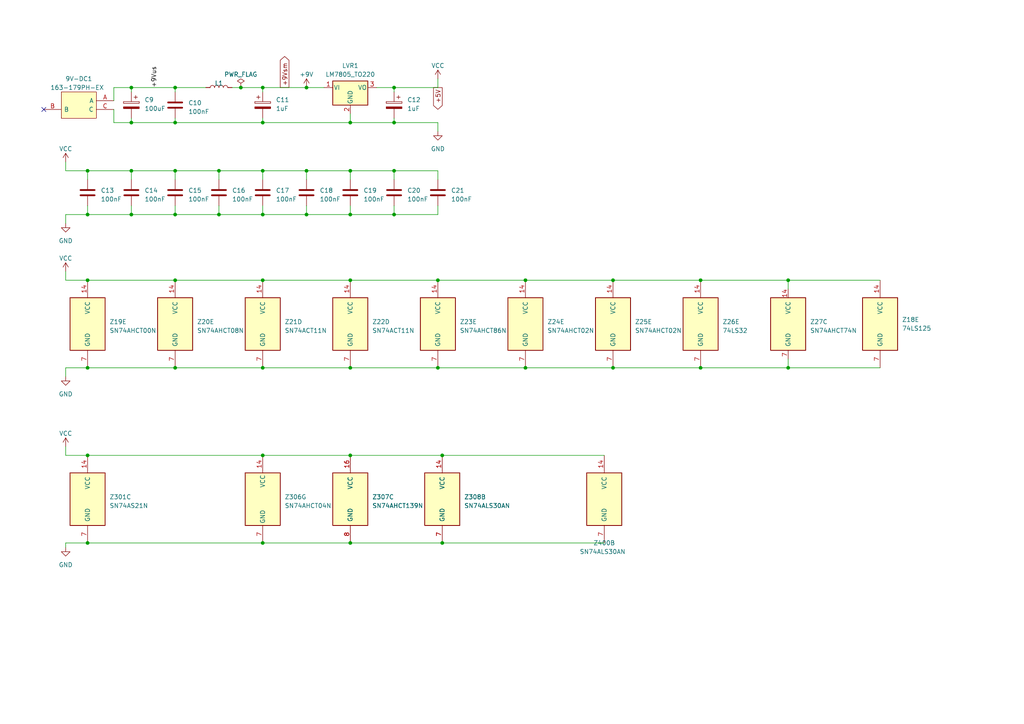
<source format=kicad_sch>
(kicad_sch (version 20211123) (generator eeschema)
  (paper "A4")
  (title_block (title "JupiterAce Z80 plus KIO and new memory format.") (date "2020-05-12") (rev "${REVNUM}") (company "Ontobus") (comment 1 "John Bradley") (comment 2 "https://creativecommons.org/licenses/by-nc-sa/4.0/") (comment 3 "Attribution-NonCommercial-ShareAlike 4.0 International License.") (comment 4 "This work is licensed under a Creative Commons "))
  (lib_symbols
    (symbol "74xx-FIX:74LS21" (pin_names (offset 1.016))
      (property "Reference" "U" (at 0 1.27 0))
      (property "Value" "74LS21" (at 0 -1.27 0))
      (symbol "74LS21_1_0"
        (pin no_connect line (at 2.54 -2.54 180) (length 2.54) hide (name "") (number "11"))
        (pin no_connect line (at 2.54 -1.27 180) (length 2.54) hide (name "") (number "3"))
      )
      (symbol "74LS21_1_1"
        (pin input line (at -7.62 3.81 0) (length 3.81) (name "~") (number "1"))
        (pin input line (at -7.62 1.27 0) (length 3.81) (name "~") (number "2"))
        (pin input line (at -7.62 -1.27 0) (length 3.81) (name "~") (number "4"))
        (pin input line (at -7.62 -3.81 0) (length 3.81) (name "~") (number "5"))
        (pin output line (at 7.62 0 180) (length 3.81) (name "~") (number "6"))
      )
      (symbol "74LS21_1_2"
        (pin input inverted (at -7.62 3.81 0) (length 3.81) (name "~") (number "1"))
        (pin input inverted (at -7.62 1.27 0) (length 4.826) (name "~") (number "2"))
        (pin input inverted (at -7.62 -1.27 0) (length 4.826) (name "~") (number "4"))
        (pin input inverted (at -7.62 -3.81 0) (length 3.81) (name "~") (number "5"))
        (pin output inverted (at 7.62 0 180) (length 3.81) (name "~") (number "6"))
      )
      (symbol "74LS21_2_1"
        (pin input line (at -7.62 1.27 0) (length 3.81) (name "~") (number "10"))
        (pin input line (at -7.62 -1.27 0) (length 3.81) (name "~") (number "12"))
        (pin input line (at -7.62 -3.81 0) (length 3.81) (name "~") (number "13"))
        (pin output line (at 7.62 0 180) (length 3.81) (name "~") (number "8"))
        (pin input line (at -7.62 3.81 0) (length 3.81) (name "~") (number "9"))
      )
      (symbol "74LS21_2_2"
        (pin input inverted (at -7.62 1.27 0) (length 4.826) (name "~") (number "10"))
        (pin input inverted (at -7.62 -1.27 0) (length 4.826) (name "~") (number "12"))
        (pin input inverted (at -7.62 -3.81 0) (length 3.81) (name "~") (number "13"))
        (pin output inverted (at 7.62 0 180) (length 3.81) (name "~") (number "8"))
        (pin input inverted (at -7.62 3.81 0) (length 3.81) (name "~") (number "9"))
      )
      (symbol "74LS21_3_0"
        (pin power_in line (at 0 12.7 270) (length 5.08) (name "VCC") (number "14"))
        (pin power_in line (at 0 -12.7 90) (length 5.08) (name "GND") (number "7"))
      )
    )
    (symbol "74xx-FIX:74LS30" (pin_names (offset 1.016))
      (property "Reference" "U" (at 0 1.27 0))
      (property "Value" "74LS30" (at 0 -1.27 0))
      (symbol "74LS30_1_0"
        (pin no_connect line (at 0 -5.08 0) (length 2.54) hide (name "") (number "10"))
        (pin no_connect line (at -1.27 -6.35 0) (length 2.54) hide (name "") (number "13"))
        (pin no_connect line (at 0 -6.35 0) (length 2.54) hide (name "") (number "9"))
      )
      (symbol "74LS30_1_1"
        (pin input line (at -7.62 7.62 0) (length 3.81) (name "~") (number "1"))
        (pin input line (at -7.62 -7.62 0) (length 3.81) (name "~") (number "11"))
        (pin input line (at -7.62 -10.16 0) (length 3.81) (name "~") (number "12"))
        (pin input line (at -7.62 5.08 0) (length 3.81) (name "~") (number "2"))
        (pin input line (at -7.62 2.54 0) (length 3.81) (name "~") (number "3"))
        (pin input line (at -7.62 0 0) (length 3.81) (name "~") (number "4"))
        (pin input line (at -7.62 -2.54 0) (length 3.81) (name "~") (number "5"))
        (pin input line (at -7.62 -5.08 0) (length 3.81) (name "~") (number "6"))
        (pin output inverted (at 7.62 0 180) (length 3.81) (name "~") (number "8"))
      )
      (symbol "74LS30_1_2"
        (pin input inverted (at -7.62 7.62 0) (length 3.81) (name "~") (number "1"))
        (pin input inverted (at -7.62 -7.62 0) (length 3.81) (name "~") (number "11"))
        (pin input inverted (at -7.62 -10.16 0) (length 3.81) (name "~") (number "12"))
        (pin input inverted (at -7.62 5.08 0) (length 3.81) (name "~") (number "2"))
        (pin input inverted (at -7.62 2.54 0) (length 4.5466) (name "~") (number "3"))
        (pin input inverted (at -7.62 0 0) (length 5.08) (name "~") (number "4"))
        (pin input inverted (at -7.62 -2.54 0) (length 4.5466) (name "~") (number "5"))
        (pin input inverted (at -7.62 -5.08 0) (length 3.81) (name "~") (number "6"))
        (pin output line (at 7.62 0 180) (length 3.81) (name "~") (number "8"))
      )
      (symbol "74LS30_2_0"
        (pin power_in line (at 0 12.7 270) (length 5.08) (name "VCC") (number "14"))
        (pin power_in line (at 0 -12.7 90) (length 5.08) (name "GND") (number "7"))
      )
    )
    (symbol "74xx:74LS00" (pin_names (offset 1.016))
      (property "Reference" "U" (at 0 1.27 0))
      (property "Value" "74LS00" (at 0 -1.27 0))
      (symbol "74LS00_1_1"
        (pin input line (at -7.62 2.54 0) (length 3.81) (name "~") (number "1"))
        (pin input line (at -7.62 -2.54 0) (length 3.81) (name "~") (number "2"))
        (pin output inverted (at 7.62 0 180) (length 3.81) (name "~") (number "3"))
      )
      (symbol "74LS00_1_2"
        (pin input inverted (at -7.62 2.54 0) (length 4.318) (name "~") (number "1"))
        (pin input inverted (at -7.62 -2.54 0) (length 4.318) (name "~") (number "2"))
        (pin output line (at 7.62 0 180) (length 3.81) (name "~") (number "3"))
      )
      (symbol "74LS00_2_1"
        (pin input line (at -7.62 2.54 0) (length 3.81) (name "~") (number "4"))
        (pin input line (at -7.62 -2.54 0) (length 3.81) (name "~") (number "5"))
        (pin output inverted (at 7.62 0 180) (length 3.81) (name "~") (number "6"))
      )
      (symbol "74LS00_2_2"
        (pin input inverted (at -7.62 2.54 0) (length 4.318) (name "~") (number "4"))
        (pin input inverted (at -7.62 -2.54 0) (length 4.318) (name "~") (number "5"))
        (pin output line (at 7.62 0 180) (length 3.81) (name "~") (number "6"))
      )
      (symbol "74LS00_3_1"
        (pin input line (at -7.62 -2.54 0) (length 3.81) (name "~") (number "10"))
        (pin output inverted (at 7.62 0 180) (length 3.81) (name "~") (number "8"))
        (pin input line (at -7.62 2.54 0) (length 3.81) (name "~") (number "9"))
      )
      (symbol "74LS00_3_2"
        (pin input inverted (at -7.62 -2.54 0) (length 4.318) (name "~") (number "10"))
        (pin output line (at 7.62 0 180) (length 3.81) (name "~") (number "8"))
        (pin input inverted (at -7.62 2.54 0) (length 4.318) (name "~") (number "9"))
      )
      (symbol "74LS00_4_1"
        (pin output inverted (at 7.62 0 180) (length 3.81) (name "~") (number "11"))
        (pin input line (at -7.62 2.54 0) (length 3.81) (name "~") (number "12"))
        (pin input line (at -7.62 -2.54 0) (length 3.81) (name "~") (number "13"))
      )
      (symbol "74LS00_4_2"
        (pin output line (at 7.62 0 180) (length 3.81) (name "~") (number "11"))
        (pin input inverted (at -7.62 2.54 0) (length 4.318) (name "~") (number "12"))
        (pin input inverted (at -7.62 -2.54 0) (length 4.318) (name "~") (number "13"))
      )
      (symbol "74LS00_5_0"
        (pin power_in line (at 0 12.7 270) (length 5.08) (name "VCC") (number "14"))
        (pin power_in line (at 0 -12.7 90) (length 5.08) (name "GND") (number "7"))
      )
    )
    (symbol "74xx:74LS02" (pin_names (offset 1.016))
      (property "Reference" "U" (at 0 1.27 0))
      (property "Value" "74LS02" (at 0 -1.27 0))
      (symbol "74LS02_1_1"
        (pin output inverted (at 7.62 0 180) (length 3.81) (name "~") (number "1"))
        (pin input line (at -7.62 2.54 0) (length 4.318) (name "~") (number "2"))
        (pin input line (at -7.62 -2.54 0) (length 4.318) (name "~") (number "3"))
      )
      (symbol "74LS02_1_2"
        (pin output line (at 7.62 0 180) (length 3.81) (name "~") (number "1"))
        (pin input inverted (at -7.62 2.54 0) (length 3.81) (name "~") (number "2"))
        (pin input inverted (at -7.62 -2.54 0) (length 3.81) (name "~") (number "3"))
      )
      (symbol "74LS02_2_1"
        (pin output inverted (at 7.62 0 180) (length 3.81) (name "~") (number "4"))
        (pin input line (at -7.62 2.54 0) (length 4.318) (name "~") (number "5"))
        (pin input line (at -7.62 -2.54 0) (length 4.318) (name "~") (number "6"))
      )
      (symbol "74LS02_2_2"
        (pin output line (at 7.62 0 180) (length 3.81) (name "~") (number "4"))
        (pin input inverted (at -7.62 2.54 0) (length 3.81) (name "~") (number "5"))
        (pin input inverted (at -7.62 -2.54 0) (length 3.81) (name "~") (number "6"))
      )
      (symbol "74LS02_3_1"
        (pin output inverted (at 7.62 0 180) (length 3.81) (name "~") (number "10"))
        (pin input line (at -7.62 2.54 0) (length 4.318) (name "~") (number "8"))
        (pin input line (at -7.62 -2.54 0) (length 4.318) (name "~") (number "9"))
      )
      (symbol "74LS02_3_2"
        (pin output line (at 7.62 0 180) (length 3.81) (name "~") (number "10"))
        (pin input inverted (at -7.62 2.54 0) (length 3.81) (name "~") (number "8"))
        (pin input inverted (at -7.62 -2.54 0) (length 3.81) (name "~") (number "9"))
      )
      (symbol "74LS02_4_1"
        (pin input line (at -7.62 2.54 0) (length 4.318) (name "~") (number "11"))
        (pin input line (at -7.62 -2.54 0) (length 4.318) (name "~") (number "12"))
        (pin output inverted (at 7.62 0 180) (length 3.81) (name "~") (number "13"))
      )
      (symbol "74LS02_4_2"
        (pin input inverted (at -7.62 2.54 0) (length 3.81) (name "~") (number "11"))
        (pin input inverted (at -7.62 -2.54 0) (length 3.81) (name "~") (number "12"))
        (pin output line (at 7.62 0 180) (length 3.81) (name "~") (number "13"))
      )
      (symbol "74LS02_5_0"
        (pin power_in line (at 0 12.7 270) (length 5.08) (name "VCC") (number "14"))
        (pin power_in line (at 0 -12.7 90) (length 5.08) (name "GND") (number "7"))
      )
    )
    (symbol "74xx:74LS04"
      (property "Reference" "U" (at 0 1.27 0))
      (property "Value" "74LS04" (at 0 -1.27 0))
      (symbol "74LS04_1_0"
        (pin input line (at -7.62 0 0) (length 3.81) (name "~") (number "1"))
        (pin output inverted (at 7.62 0 180) (length 3.81) (name "~") (number "2"))
      )
      (symbol "74LS04_2_0"
        (pin input line (at -7.62 0 0) (length 3.81) (name "~") (number "3"))
        (pin output inverted (at 7.62 0 180) (length 3.81) (name "~") (number "4"))
      )
      (symbol "74LS04_3_0"
        (pin input line (at -7.62 0 0) (length 3.81) (name "~") (number "5"))
        (pin output inverted (at 7.62 0 180) (length 3.81) (name "~") (number "6"))
      )
      (symbol "74LS04_4_0"
        (pin output inverted (at 7.62 0 180) (length 3.81) (name "~") (number "8"))
        (pin input line (at -7.62 0 0) (length 3.81) (name "~") (number "9"))
      )
      (symbol "74LS04_5_0"
        (pin output inverted (at 7.62 0 180) (length 3.81) (name "~") (number "10"))
        (pin input line (at -7.62 0 0) (length 3.81) (name "~") (number "11"))
      )
      (symbol "74LS04_6_0"
        (pin output inverted (at 7.62 0 180) (length 3.81) (name "~") (number "12"))
        (pin input line (at -7.62 0 0) (length 3.81) (name "~") (number "13"))
      )
      (symbol "74LS04_7_0"
        (pin power_in line (at 0 12.7 270) (length 5.08) (name "VCC") (number "14"))
        (pin power_in line (at 0 -12.7 90) (length 5.08) (name "GND") (number "7"))
      )
    )
    (symbol "74xx:74LS08" (pin_names (offset 1.016))
      (property "Reference" "U" (at 0 1.27 0))
      (property "Value" "74LS08" (at 0 -1.27 0))
      (symbol "74LS08_1_1"
        (pin input line (at -7.62 2.54 0) (length 3.81) (name "~") (number "1"))
        (pin input line (at -7.62 -2.54 0) (length 3.81) (name "~") (number "2"))
        (pin output line (at 7.62 0 180) (length 3.81) (name "~") (number "3"))
      )
      (symbol "74LS08_1_2"
        (pin input inverted (at -7.62 2.54 0) (length 4.318) (name "~") (number "1"))
        (pin input inverted (at -7.62 -2.54 0) (length 4.318) (name "~") (number "2"))
        (pin output inverted (at 7.62 0 180) (length 3.81) (name "~") (number "3"))
      )
      (symbol "74LS08_2_1"
        (pin input line (at -7.62 2.54 0) (length 3.81) (name "~") (number "4"))
        (pin input line (at -7.62 -2.54 0) (length 3.81) (name "~") (number "5"))
        (pin output line (at 7.62 0 180) (length 3.81) (name "~") (number "6"))
      )
      (symbol "74LS08_2_2"
        (pin input inverted (at -7.62 2.54 0) (length 4.318) (name "~") (number "4"))
        (pin input inverted (at -7.62 -2.54 0) (length 4.318) (name "~") (number "5"))
        (pin output inverted (at 7.62 0 180) (length 3.81) (name "~") (number "6"))
      )
      (symbol "74LS08_3_1"
        (pin input line (at -7.62 -2.54 0) (length 3.81) (name "~") (number "10"))
        (pin output line (at 7.62 0 180) (length 3.81) (name "~") (number "8"))
        (pin input line (at -7.62 2.54 0) (length 3.81) (name "~") (number "9"))
      )
      (symbol "74LS08_3_2"
        (pin input inverted (at -7.62 -2.54 0) (length 4.318) (name "~") (number "10"))
        (pin output inverted (at 7.62 0 180) (length 3.81) (name "~") (number "8"))
        (pin input inverted (at -7.62 2.54 0) (length 4.318) (name "~") (number "9"))
      )
      (symbol "74LS08_4_1"
        (pin output line (at 7.62 0 180) (length 3.81) (name "~") (number "11"))
        (pin input line (at -7.62 2.54 0) (length 3.81) (name "~") (number "12"))
        (pin input line (at -7.62 -2.54 0) (length 3.81) (name "~") (number "13"))
      )
      (symbol "74LS08_4_2"
        (pin output inverted (at 7.62 0 180) (length 3.81) (name "~") (number "11"))
        (pin input inverted (at -7.62 2.54 0) (length 4.318) (name "~") (number "12"))
        (pin input inverted (at -7.62 -2.54 0) (length 4.318) (name "~") (number "13"))
      )
      (symbol "74LS08_5_0"
        (pin power_in line (at 0 12.7 270) (length 5.08) (name "VCC") (number "14"))
        (pin power_in line (at 0 -12.7 90) (length 5.08) (name "GND") (number "7"))
      )
    )
    (symbol "74xx:74LS11" (pin_names (offset 1.016))
      (property "Reference" "U" (at 0 1.27 0))
      (property "Value" "74LS11" (at 0 -1.27 0))
      (symbol "74LS11_1_1"
        (pin input line (at -7.62 2.54 0) (length 3.81) (name "~") (number "1"))
        (pin output line (at 7.62 0 180) (length 3.81) (name "~") (number "12"))
        (pin input line (at -7.62 -2.54 0) (length 3.81) (name "~") (number "13"))
        (pin input line (at -7.62 0 0) (length 3.81) (name "~") (number "2"))
      )
      (symbol "74LS11_1_2"
        (pin input inverted (at -7.62 2.54 0) (length 4.318) (name "~") (number "1"))
        (pin output inverted (at 7.62 0 180) (length 3.81) (name "~") (number "12"))
        (pin input inverted (at -7.62 -2.54 0) (length 4.318) (name "~") (number "13"))
        (pin input inverted (at -7.62 0 0) (length 4.953) (name "~") (number "2"))
      )
      (symbol "74LS11_2_1"
        (pin input line (at -7.62 2.54 0) (length 3.81) (name "~") (number "3"))
        (pin input line (at -7.62 0 0) (length 3.81) (name "~") (number "4"))
        (pin input line (at -7.62 -2.54 0) (length 3.81) (name "~") (number "5"))
        (pin output line (at 7.62 0 180) (length 3.81) (name "~") (number "6"))
      )
      (symbol "74LS11_2_2"
        (pin input inverted (at -7.62 2.54 0) (length 4.318) (name "~") (number "3"))
        (pin input inverted (at -7.62 0 0) (length 4.953) (name "~") (number "4"))
        (pin input inverted (at -7.62 -2.54 0) (length 4.318) (name "~") (number "5"))
        (pin output inverted (at 7.62 0 180) (length 3.81) (name "~") (number "6"))
      )
      (symbol "74LS11_3_1"
        (pin input line (at -7.62 0 0) (length 3.81) (name "~") (number "10"))
        (pin input line (at -7.62 -2.54 0) (length 3.81) (name "~") (number "11"))
        (pin output line (at 7.62 0 180) (length 3.81) (name "~") (number "8"))
        (pin input line (at -7.62 2.54 0) (length 3.81) (name "~") (number "9"))
      )
      (symbol "74LS11_3_2"
        (pin input inverted (at -7.62 0 0) (length 4.953) (name "~") (number "10"))
        (pin input inverted (at -7.62 -2.54 0) (length 4.318) (name "~") (number "11"))
        (pin output inverted (at 7.62 0 180) (length 3.81) (name "~") (number "8"))
        (pin input inverted (at -7.62 2.54 0) (length 4.318) (name "~") (number "9"))
      )
      (symbol "74LS11_4_0"
        (pin power_in line (at 0 12.7 270) (length 5.08) (name "VCC") (number "14"))
        (pin power_in line (at 0 -12.7 90) (length 5.08) (name "GND") (number "7"))
      )
    )
    (symbol "74xx:74LS125" (pin_names (offset 1.016))
      (property "Reference" "U" (at 0 1.27 0))
      (property "Value" "74LS125" (at 0 -1.27 0))
      (symbol "74LS125_1_0"
        (pin input inverted (at 0 -6.35 90) (length 4.445) (name "~") (number "1"))
        (pin input line (at -7.62 0 0) (length 3.81) (name "~") (number "2"))
        (pin tri_state line (at 7.62 0 180) (length 3.81) (name "~") (number "3"))
      )
      (symbol "74LS125_2_0"
        (pin input inverted (at 0 -6.35 90) (length 4.445) (name "~") (number "4"))
        (pin input line (at -7.62 0 0) (length 3.81) (name "~") (number "5"))
        (pin tri_state line (at 7.62 0 180) (length 3.81) (name "~") (number "6"))
      )
      (symbol "74LS125_3_0"
        (pin input inverted (at 0 -6.35 90) (length 4.445) (name "~") (number "10"))
        (pin tri_state line (at 7.62 0 180) (length 3.81) (name "~") (number "8"))
        (pin input line (at -7.62 0 0) (length 3.81) (name "~") (number "9"))
      )
      (symbol "74LS125_4_0"
        (pin tri_state line (at 7.62 0 180) (length 3.81) (name "~") (number "11"))
        (pin input line (at -7.62 0 0) (length 3.81) (name "~") (number "12"))
        (pin input inverted (at 0 -6.35 90) (length 4.445) (name "~") (number "13"))
      )
      (symbol "74LS125_5_0"
        (pin power_in line (at 0 12.7 270) (length 5.08) (name "VCC") (number "14"))
        (pin power_in line (at 0 -12.7 90) (length 5.08) (name "GND") (number "7"))
      )
    )
    (symbol "74xx:74LS139" (pin_names (offset 1.016))
      (property "Reference" "U" (at -7.62 8.89 0))
      (property "Value" "74LS139" (at -7.62 -8.89 0))
      (symbol "74LS139_1_0"
        (pin input inverted (at -12.7 -5.08 0) (length 5.08) (name "E") (number "1"))
        (pin input line (at -12.7 0 0) (length 5.08) (name "A0") (number "2"))
        (pin input line (at -12.7 2.54 0) (length 5.08) (name "A1") (number "3"))
        (pin output inverted (at 12.7 2.54 180) (length 5.08) (name "O0") (number "4"))
        (pin output inverted (at 12.7 0 180) (length 5.08) (name "O1") (number "5"))
        (pin output inverted (at 12.7 -2.54 180) (length 5.08) (name "O2") (number "6"))
        (pin output inverted (at 12.7 -5.08 180) (length 5.08) (name "O3") (number "7"))
      )
      (symbol "74LS139_2_0"
        (pin output inverted (at 12.7 -2.54 180) (length 5.08) (name "O2") (number "10"))
        (pin output inverted (at 12.7 0 180) (length 5.08) (name "O1") (number "11"))
        (pin output inverted (at 12.7 2.54 180) (length 5.08) (name "O0") (number "12"))
        (pin input line (at -12.7 2.54 0) (length 5.08) (name "A1") (number "13"))
        (pin input line (at -12.7 0 0) (length 5.08) (name "A0") (number "14"))
        (pin input inverted (at -12.7 -5.08 0) (length 5.08) (name "E") (number "15"))
        (pin output inverted (at 12.7 -5.08 180) (length 5.08) (name "O3") (number "9"))
      )
      (symbol "74LS139_3_0"
        (pin power_in line (at 0 12.7 270) (length 5.08) (name "VCC") (number "16"))
        (pin power_in line (at 0 -12.7 90) (length 5.08) (name "GND") (number "8"))
      )
    )
    (symbol "74xx:74LS32" (pin_names (offset 1.016))
      (property "Reference" "U" (at 0 1.27 0))
      (property "Value" "74LS32" (at 0 -1.27 0))
      (symbol "74LS32_1_1"
        (pin input line (at -7.62 2.54 0) (length 4.318) (name "~") (number "1"))
        (pin input line (at -7.62 -2.54 0) (length 4.318) (name "~") (number "2"))
        (pin output line (at 7.62 0 180) (length 3.81) (name "~") (number "3"))
      )
      (symbol "74LS32_1_2"
        (pin input inverted (at -7.62 2.54 0) (length 3.81) (name "~") (number "1"))
        (pin input inverted (at -7.62 -2.54 0) (length 3.81) (name "~") (number "2"))
        (pin output inverted (at 7.62 0 180) (length 3.81) (name "~") (number "3"))
      )
      (symbol "74LS32_2_1"
        (pin input line (at -7.62 2.54 0) (length 4.318) (name "~") (number "4"))
        (pin input line (at -7.62 -2.54 0) (length 4.318) (name "~") (number "5"))
        (pin output line (at 7.62 0 180) (length 3.81) (name "~") (number "6"))
      )
      (symbol "74LS32_2_2"
        (pin input inverted (at -7.62 2.54 0) (length 3.81) (name "~") (number "4"))
        (pin input inverted (at -7.62 -2.54 0) (length 3.81) (name "~") (number "5"))
        (pin output inverted (at 7.62 0 180) (length 3.81) (name "~") (number "6"))
      )
      (symbol "74LS32_3_1"
        (pin input line (at -7.62 -2.54 0) (length 4.318) (name "~") (number "10"))
        (pin output line (at 7.62 0 180) (length 3.81) (name "~") (number "8"))
        (pin input line (at -7.62 2.54 0) (length 4.318) (name "~") (number "9"))
      )
      (symbol "74LS32_3_2"
        (pin input inverted (at -7.62 -2.54 0) (length 3.81) (name "~") (number "10"))
        (pin output inverted (at 7.62 0 180) (length 3.81) (name "~") (number "8"))
        (pin input inverted (at -7.62 2.54 0) (length 3.81) (name "~") (number "9"))
      )
      (symbol "74LS32_4_1"
        (pin output line (at 7.62 0 180) (length 3.81) (name "~") (number "11"))
        (pin input line (at -7.62 2.54 0) (length 4.318) (name "~") (number "12"))
        (pin input line (at -7.62 -2.54 0) (length 4.318) (name "~") (number "13"))
      )
      (symbol "74LS32_4_2"
        (pin output inverted (at 7.62 0 180) (length 3.81) (name "~") (number "11"))
        (pin input inverted (at -7.62 2.54 0) (length 3.81) (name "~") (number "12"))
        (pin input inverted (at -7.62 -2.54 0) (length 3.81) (name "~") (number "13"))
      )
      (symbol "74LS32_5_0"
        (pin power_in line (at 0 12.7 270) (length 5.08) (name "VCC") (number "14"))
        (pin power_in line (at 0 -12.7 90) (length 5.08) (name "GND") (number "7"))
      )
    )
    (symbol "74xx:74LS74" (pin_names (offset 1.016))
      (property "Reference" "U" (at -7.62 8.89 0))
      (property "Value" "74LS74" (at -7.62 -8.89 0))
      (symbol "74LS74_1_0"
        (pin input line (at 0 -7.62 90) (length 2.54) (name "~{R}") (number "1"))
        (pin input line (at -7.62 2.54 0) (length 2.54) (name "D") (number "2"))
        (pin input clock (at -7.62 0 0) (length 2.54) (name "C") (number "3"))
        (pin input line (at 0 7.62 270) (length 2.54) (name "~{S}") (number "4"))
        (pin output line (at 7.62 2.54 180) (length 2.54) (name "Q") (number "5"))
        (pin output line (at 7.62 -2.54 180) (length 2.54) (name "~{Q}") (number "6"))
      )
      (symbol "74LS74_2_0"
        (pin input line (at 0 7.62 270) (length 2.54) (name "~{S}") (number "10"))
        (pin input clock (at -7.62 0 0) (length 2.54) (name "C") (number "11"))
        (pin input line (at -7.62 2.54 0) (length 2.54) (name "D") (number "12"))
        (pin input line (at 0 -7.62 90) (length 2.54) (name "~{R}") (number "13"))
        (pin output line (at 7.62 -2.54 180) (length 2.54) (name "~{Q}") (number "8"))
        (pin output line (at 7.62 2.54 180) (length 2.54) (name "Q") (number "9"))
      )
      (symbol "74LS74_3_0"
        (pin power_in line (at 0 10.16 270) (length 2.54) (name "VCC") (number "14"))
        (pin power_in line (at 0 -10.16 90) (length 2.54) (name "GND") (number "7"))
      )
    )
    (symbol "74xx:74LS86" (pin_names (offset 1.016))
      (property "Reference" "U" (at 0 1.27 0))
      (property "Value" "74LS86" (at 0 -1.27 0))
      (symbol "74LS86_1_0"
        (pin input line (at -7.62 2.54 0) (length 4.445) (name "~") (number "1"))
        (pin input line (at -7.62 -2.54 0) (length 4.445) (name "~") (number "2"))
        (pin output line (at 7.62 0 180) (length 3.81) (name "~") (number "3"))
      )
      (symbol "74LS86_2_0"
        (pin input line (at -7.62 2.54 0) (length 4.445) (name "~") (number "4"))
        (pin input line (at -7.62 -2.54 0) (length 4.445) (name "~") (number "5"))
        (pin output line (at 7.62 0 180) (length 3.81) (name "~") (number "6"))
      )
      (symbol "74LS86_3_0"
        (pin input line (at -7.62 -2.54 0) (length 4.445) (name "~") (number "10"))
        (pin output line (at 7.62 0 180) (length 3.81) (name "~") (number "8"))
        (pin input line (at -7.62 2.54 0) (length 4.445) (name "~") (number "9"))
      )
      (symbol "74LS86_4_0"
        (pin output line (at 7.62 0 180) (length 3.81) (name "~") (number "11"))
        (pin input line (at -7.62 2.54 0) (length 4.445) (name "~") (number "12"))
        (pin input line (at -7.62 -2.54 0) (length 4.445) (name "~") (number "13"))
      )
      (symbol "74LS86_5_0"
        (pin power_in line (at 0 12.7 270) (length 5.08) (name "VCC") (number "14"))
        (pin power_in line (at 0 -12.7 90) (length 5.08) (name "GND") (number "7"))
      )
    )
    (symbol "Device:C" (pin_numbers hide) (pin_names (offset 0.254))
      (property "Reference" "C" (at 0.635 2.54 0))
      (property "Value" "C" (at 0.635 -2.54 0))
      (symbol "C_1_1"
        (pin passive line (at 0 3.81 270) (length 2.794) (name "~") (number "1"))
        (pin passive line (at 0 -3.81 90) (length 2.794) (name "~") (number "2"))
      )
    )
    (symbol "Device:C_Polarized" (pin_numbers hide) (pin_names (offset 0.254))
      (property "Reference" "C" (at 0.635 2.54 0))
      (property "Value" "C_Polarized" (at 0.635 -2.54 0))
      (symbol "C_Polarized_1_1"
        (pin passive line (at 0 3.81 270) (length 2.794) (name "~") (number "1"))
        (pin passive line (at 0 -3.81 90) (length 2.794) (name "~") (number "2"))
      )
    )
    (symbol "Device:L" (pin_numbers hide) (pin_names (offset 1.016) hide)
      (property "Reference" "L" (at -1.27 0 90))
      (property "Value" "L" (at 1.905 0 90))
      (symbol "L_1_1"
        (pin passive line (at 0 3.81 270) (length 1.27) (name "1") (number "1"))
        (pin passive line (at 0 -3.81 90) (length 1.27) (name "2") (number "2"))
      )
    )
    (symbol "ExtraSymbols:163-179PH-EX" (pin_names (offset 0.762))
      (property "Reference" "J" (at 16.51 7.62 0))
      (property "Value" "163-179PH-EX" (at 16.51 5.08 0))
      (symbol "163-179PH-EX_0_0"
        (pin power_out line (at 20.32 -2.54 180) (length 5.08) (name "A") (number "A"))
        (pin power_out line (at 0 0 0) (length 5.08) (name "B") (number "B"))
        (pin power_out line (at 20.32 0 180) (length 5.08) (name "C") (number "C"))
      )
    )
    (symbol "Regulator_Linear:LM7805_TO220" (pin_names (offset 0.254))
      (property "Reference" "U" (at -3.81 3.175 0))
      (property "Value" "LM7805_TO220" (at 0 3.175 0))
      (symbol "LM7805_TO220_1_1"
        (pin power_in line (at -7.62 0 0) (length 2.54) (name "VI") (number "1"))
        (pin power_in line (at 0 -7.62 90) (length 2.54) (name "GND") (number "2"))
        (pin power_out line (at 7.62 0 180) (length 2.54) (name "VO") (number "3"))
      )
    )
    (symbol "power:+9V" (power) (pin_names (offset 0))
      (property "Value" "+9V" (at 0 3.556 0))
      (symbol "+9V_1_1"
        (pin power_in line (at 0 0 90) (length 0) hide (name "+9V") (number "1"))
      )
    )
    (symbol "power:GND" (power) (pin_names (offset 0))
      (property "Value" "GND" (at 0 -3.81 0))
      (symbol "GND_1_1"
        (pin power_in line (at 0 0 270) (length 0) hide (name "GND") (number "1"))
      )
    )
    (symbol "power:PWR_FLAG" (power) (pin_numbers hide) (pin_names (offset 0) hide)
      (property "Value" "PWR_FLAG" (at 0 3.81 0))
      (symbol "PWR_FLAG_0_0"
        (pin power_out line (at 0 0 90) (length 0) (name "pwr") (number "1"))
      )
    )
    (symbol "power:VCC" (power) (pin_names (offset 0))
      (property "Value" "VCC" (at 0 3.81 0))
      (symbol "VCC_1_1"
        (pin power_in line (at 0 0 90) (length 0) hide (name "VCC") (number "1"))
      )
    )
  )
  (junction (at 76.2 81.28))
  (junction (at 38.1 49.53))
  (junction (at 127 106.68))
  (junction (at 114.3 49.53))
  (junction (at 76.2 35.56))
  (junction (at 228.6 106.68))
  (junction (at 177.8 106.68))
  (junction (at 25.4 62.23))
  (junction (at 25.4 132.08))
  (junction (at 50.8 49.53))
  (junction (at 38.1 62.23))
  (junction (at 101.6 49.53))
  (junction (at 114.3 35.56))
  (junction (at 76.2 106.68))
  (junction (at 63.5 62.23))
  (junction (at 114.3 62.23))
  (junction (at 152.4 106.68))
  (junction (at 128.27 132.08))
  (junction (at 101.6 35.56))
  (junction (at 25.4 49.53))
  (junction (at 101.6 157.48))
  (junction (at 50.8 62.23))
  (junction (at 69.85 25.4))
  (junction (at 38.1 35.56))
  (junction (at 76.2 132.08))
  (junction (at 203.2 106.68))
  (junction (at 76.2 25.4))
  (junction (at 128.27 157.48))
  (junction (at 228.6 81.28))
  (junction (at 114.3 25.4))
  (junction (at 76.2 157.48))
  (junction (at 25.4 157.48))
  (junction (at 25.4 81.28))
  (junction (at 50.8 81.28))
  (junction (at 203.2 81.28))
  (junction (at 177.8 81.28))
  (junction (at 127 81.28))
  (junction (at 38.1 25.4))
  (junction (at 76.2 62.23))
  (junction (at 101.6 81.28))
  (junction (at 50.8 35.56))
  (junction (at 101.6 132.08))
  (junction (at 76.2 49.53))
  (junction (at 50.8 25.4))
  (junction (at 88.9 49.53))
  (junction (at 101.6 106.68))
  (junction (at 152.4 81.28))
  (junction (at 25.4 106.68))
  (junction (at 63.5 49.53))
  (junction (at 88.9 62.23))
  (junction (at 50.8 106.68))
  (junction (at 88.9 25.4))
  (junction (at 101.6 62.23))
  (no_connect (at 12.7 31.75))
  (wire (pts (xy 76.2 25.4) (xy 88.9 25.4)))
  (wire (pts (xy 228.6 81.28) (xy 255.27 81.28)))
  (wire (pts (xy 177.8 81.28) (xy 203.2 81.28)))
  (wire (pts (xy 63.5 52.07) (xy 63.5 49.53)))
  (wire (pts (xy 33.02 29.21) (xy 33.02 25.4)))
  (wire (pts (xy 101.6 49.53) (xy 114.3 49.53)))
  (wire (pts (xy 25.4 132.08) (xy 76.2 132.08)))
  (wire (pts (xy 177.8 106.68) (xy 203.2 106.68)))
  (wire (pts (xy 33.02 35.56) (xy 33.02 31.75)))
  (wire (pts (xy 88.9 52.07) (xy 88.9 49.53)))
  (wire (pts (xy 38.1 62.23) (xy 50.8 62.23)))
  (wire (pts (xy 38.1 59.69) (xy 38.1 62.23)))
  (wire (pts (xy 50.8 81.28) (xy 76.2 81.28)))
  (wire (pts (xy 19.05 49.53) (xy 25.4 49.53)))
  (wire (pts (xy 50.8 34.29) (xy 50.8 35.56)))
  (wire (pts (xy 114.3 59.69) (xy 114.3 62.23)))
  (wire (pts (xy 101.6 106.68) (xy 127 106.68)))
  (wire (pts (xy 76.2 34.29) (xy 76.2 35.56)))
  (wire (pts (xy 127 106.68) (xy 152.4 106.68)))
  (wire (pts (xy 25.4 62.23) (xy 38.1 62.23)))
  (wire (pts (xy 101.6 59.69) (xy 101.6 62.23)))
  (wire (pts (xy 76.2 35.56) (xy 101.6 35.56)))
  (wire (pts (xy 50.8 62.23) (xy 63.5 62.23)))
  (wire (pts (xy 114.3 49.53) (xy 127 49.53)))
  (wire (pts (xy 114.3 26.67) (xy 114.3 25.4)))
  (wire (pts (xy 152.4 81.28) (xy 177.8 81.28)))
  (wire (pts (xy 38.1 35.56) (xy 50.8 35.56)))
  (wire (pts (xy 50.8 52.07) (xy 50.8 49.53)))
  (wire (pts (xy 25.4 81.28) (xy 50.8 81.28)))
  (wire (pts (xy 38.1 25.4) (xy 50.8 25.4)))
  (wire (pts (xy 19.05 132.08) (xy 25.4 132.08)))
  (wire (pts (xy 25.4 52.07) (xy 25.4 49.53)))
  (wire (pts (xy 76.2 106.68) (xy 101.6 106.68)))
  (wire (pts (xy 19.05 157.48) (xy 25.4 157.48)))
  (wire (pts (xy 101.6 62.23) (xy 114.3 62.23)))
  (wire (pts (xy 25.4 59.69) (xy 25.4 62.23)))
  (wire (pts (xy 76.2 81.28) (xy 101.6 81.28)))
  (wire (pts (xy 50.8 59.69) (xy 50.8 62.23)))
  (wire (pts (xy 33.02 35.56) (xy 38.1 35.56)))
  (wire (pts (xy 76.2 49.53) (xy 88.9 49.53)))
  (wire (pts (xy 19.05 158.75) (xy 19.05 157.48)))
  (wire (pts (xy 127 25.4) (xy 127 22.86)))
  (wire (pts (xy 19.05 106.68) (xy 25.4 106.68)))
  (wire (pts (xy 88.9 25.4) (xy 93.98 25.4)))
  (wire (pts (xy 33.02 25.4) (xy 38.1 25.4)))
  (wire (pts (xy 38.1 52.07) (xy 38.1 49.53)))
  (wire (pts (xy 228.6 81.28) (xy 228.6 83.82)))
  (wire (pts (xy 19.05 106.68) (xy 19.05 109.22)))
  (wire (pts (xy 114.3 34.29) (xy 114.3 35.56)))
  (wire (pts (xy 203.2 81.28) (xy 228.6 81.28)))
  (wire (pts (xy 101.6 81.28) (xy 127 81.28)))
  (wire (pts (xy 19.05 132.08) (xy 19.05 129.54)))
  (wire (pts (xy 228.6 106.68) (xy 228.6 104.14)))
  (wire (pts (xy 101.6 33.02) (xy 101.6 35.56)))
  (wire (pts (xy 69.85 25.4) (xy 76.2 25.4)))
  (wire (pts (xy 63.5 62.23) (xy 76.2 62.23)))
  (wire (pts (xy 50.8 25.4) (xy 59.69 25.4)))
  (wire (pts (xy 76.2 62.23) (xy 88.9 62.23)))
  (wire (pts (xy 19.05 81.28) (xy 19.05 78.74)))
  (wire (pts (xy 228.6 106.68) (xy 255.27 106.68)))
  (wire (pts (xy 127 35.56) (xy 127 38.1)))
  (wire (pts (xy 127 59.69) (xy 127 62.23)))
  (wire (pts (xy 88.9 59.69) (xy 88.9 62.23)))
  (wire (pts (xy 50.8 49.53) (xy 63.5 49.53)))
  (wire (pts (xy 114.3 35.56) (xy 127 35.56)))
  (wire (pts (xy 109.22 25.4) (xy 114.3 25.4)))
  (wire (pts (xy 127 81.28) (xy 152.4 81.28)))
  (wire (pts (xy 76.2 52.07) (xy 76.2 49.53)))
  (wire (pts (xy 127 52.07) (xy 127 49.53)))
  (wire (pts (xy 19.05 62.23) (xy 19.05 64.77)))
  (wire (pts (xy 203.2 106.68) (xy 228.6 106.68)))
  (wire (pts (xy 25.4 49.53) (xy 38.1 49.53)))
  (wire (pts (xy 63.5 59.69) (xy 63.5 62.23)))
  (wire (pts (xy 50.8 106.68) (xy 76.2 106.68)))
  (wire (pts (xy 128.27 132.08) (xy 175.26 132.08)))
  (wire (pts (xy 38.1 26.67) (xy 38.1 25.4)))
  (wire (pts (xy 101.6 157.48) (xy 128.27 157.48)))
  (wire (pts (xy 63.5 49.53) (xy 76.2 49.53)))
  (wire (pts (xy 50.8 25.4) (xy 50.8 26.67)))
  (wire (pts (xy 38.1 49.53) (xy 50.8 49.53)))
  (wire (pts (xy 19.05 81.28) (xy 25.4 81.28)))
  (wire (pts (xy 76.2 132.08) (xy 101.6 132.08)))
  (wire (pts (xy 76.2 157.48) (xy 101.6 157.48)))
  (wire (pts (xy 114.3 62.23) (xy 127 62.23)))
  (wire (pts (xy 76.2 25.4) (xy 76.2 26.67)))
  (wire (pts (xy 19.05 49.53) (xy 19.05 46.99)))
  (wire (pts (xy 128.27 157.48) (xy 175.26 157.48)))
  (wire (pts (xy 76.2 59.69) (xy 76.2 62.23)))
  (wire (pts (xy 152.4 106.68) (xy 177.8 106.68)))
  (wire (pts (xy 67.31 25.4) (xy 69.85 25.4)))
  (wire (pts (xy 50.8 35.56) (xy 76.2 35.56)))
  (wire (pts (xy 88.9 62.23) (xy 101.6 62.23)))
  (wire (pts (xy 25.4 106.68) (xy 50.8 106.68)))
  (wire (pts (xy 114.3 52.07) (xy 114.3 49.53)))
  (wire (pts (xy 19.05 62.23) (xy 25.4 62.23)))
  (wire (pts (xy 114.3 25.4) (xy 127 25.4)))
  (wire (pts (xy 38.1 34.29) (xy 38.1 35.56)))
  (wire (pts (xy 101.6 52.07) (xy 101.6 49.53)))
  (wire (pts (xy 88.9 49.53) (xy 101.6 49.53)))
  (wire (pts (xy 25.4 157.48) (xy 76.2 157.48)))
  (wire (pts (xy 101.6 35.56) (xy 114.3 35.56)))
  (wire (pts (xy 101.6 132.08) (xy 128.27 132.08)))
  (label "+9Vus" (at 45.72 25.4 90))
  (global_label "+5V" (shape output) (at 127 25.4 270) (property "Intersheet References" "${INTERSHEET_REFS}" (at 127.0794 31.5947 90) (effects (justify right))))
  (global_label "+9Vsm" (shape output) (at 82.55 25.4 90) (property "Intersheet References" "${INTERSHEET_REFS}" (at 82.4706 16.4839 90) (effects (justify left))))
  (symbol (lib_id "ExtraSymbols:163-179PH-EX") (at 12.7 31.75 0) (mirror x) (unit 1)
    (property "Reference" "9V-DC1" (at 22.86 22.86 0))
    (property "Value" "163-179PH-EX " (at 22.86 25.4 0))
    (property "Footprint" "163179PHEX" (effects hide))
    (property "Datasheet" "https://componentsearchengine.com/Datasheets/1/163-179PH-EX.pdf" (effects hide))
    (property "Manufacturer_Name" "Kobiconn" (effects hide))
    (property "Manufacturer_Part_Number" "163-179PH-EX" (effects hide))
    (property "Description" "DC Power Connectors PCB 2.1MM" (effects hide))
    (property "Height" "11" (effects hide))
    (property "Mouser Part Number" "163-179PH-EX" (effects hide))
    (property "Mouser Price/Stock" "https://www.mouser.co.uk/ProductDetail/Kobiconn/163-179PH-EX?qs=Xb8IjHhkxj5l2UOaIqcGCw%3D%3D" (effects hide))
  )
  (symbol (lib_id "Device:C") (at 50.8 55.88 180) (unit 1)
    (property "Reference" "C15" (at 54.61 55.245 0) (effects (justify right)))
    (property "Value" "100nF" (at 54.61 57.785 0) (effects (justify right)))
    (property "Footprint" "Capacitor_THT:C_Disc_D5.0mm_W2.5mm_P5.00mm" (effects hide))
    (property "Height" "3" (effects hide))
    (property "Manufacturer_Name" "Vishay" (effects hide))
    (property "Manufacturer_Part_Number" "K104K15X7RF53H5" (effects hide))
    (property "Allied_Number" "70122995" (effects hide))
  )
  (symbol (lib_id "Device:C") (at 63.5 55.88 180) (unit 1)
    (property "Reference" "C16" (at 67.31 55.245 0) (effects (justify right)))
    (property "Value" "100nF" (at 67.31 57.785 0) (effects (justify right)))
    (property "Footprint" "Capacitor_THT:C_Disc_D5.0mm_W2.5mm_P5.00mm" (effects hide))
    (property "Height" "3" (effects hide))
    (property "Manufacturer_Name" "Vishay" (effects hide))
    (property "Manufacturer_Part_Number" "K104K15X7RF53H5" (effects hide))
    (property "Allied_Number" "70122995" (effects hide))
  )
  (symbol (lib_id "Device:C") (at 76.2 55.88 180) (unit 1)
    (property "Reference" "C17" (at 80.01 55.245 0) (effects (justify right)))
    (property "Value" "100nF" (at 80.01 57.785 0) (effects (justify right)))
    (property "Footprint" "Capacitor_THT:C_Disc_D5.0mm_W2.5mm_P5.00mm" (effects hide))
    (property "Height" "3" (effects hide))
    (property "Manufacturer_Name" "Vishay" (effects hide))
    (property "Manufacturer_Part_Number" "K104K15X7RF53H5" (effects hide))
    (property "Allied_Number" "70122995" (effects hide))
  )
  (symbol (lib_id "Device:C") (at 88.9 55.88 180) (unit 1)
    (property "Reference" "C18" (at 92.71 55.245 0) (effects (justify right)))
    (property "Value" "100nF" (at 92.71 57.785 0) (effects (justify right)))
    (property "Footprint" "Capacitor_THT:C_Disc_D5.0mm_W2.5mm_P5.00mm" (effects hide))
    (property "Height" "3" (effects hide))
    (property "Manufacturer_Name" "Vishay" (effects hide))
    (property "Manufacturer_Part_Number" "K104K15X7RF53H5" (effects hide))
    (property "Allied_Number" "70122995" (effects hide))
  )
  (symbol (lib_id "Device:C") (at 101.6 55.88 180) (unit 1)
    (property "Reference" "C19" (at 105.41 55.245 0) (effects (justify right)))
    (property "Value" "100nF" (at 105.41 57.785 0) (effects (justify right)))
    (property "Footprint" "Capacitor_THT:C_Disc_D5.0mm_W2.5mm_P5.00mm" (effects hide))
    (property "Height" "3" (effects hide))
    (property "Manufacturer_Name" "Vishay" (effects hide))
    (property "Manufacturer_Part_Number" "K104K15X7RF53H5" (effects hide))
    (property "Allied_Number" "70122995" (effects hide))
  )
  (symbol (lib_id "Device:C") (at 114.3 55.88 180) (unit 1)
    (property "Reference" "C20" (at 118.11 55.245 0) (effects (justify right)))
    (property "Value" "100nF" (at 118.11 57.785 0) (effects (justify right)))
    (property "Footprint" "Capacitor_THT:C_Disc_D5.0mm_W2.5mm_P5.00mm" (effects hide))
    (property "Height" "3" (effects hide))
    (property "Manufacturer_Name" "Vishay" (effects hide))
    (property "Manufacturer_Part_Number" "K104K15X7RF53H5" (effects hide))
    (property "Allied_Number" "70122995" (effects hide))
  )
  (symbol (lib_id "Device:C") (at 38.1 55.88 180) (unit 1)
    (property "Reference" "C14" (at 41.91 55.245 0) (effects (justify right)))
    (property "Value" "100nF" (at 41.91 57.785 0) (effects (justify right)))
    (property "Footprint" "Capacitor_THT:C_Disc_D5.0mm_W2.5mm_P5.00mm" (effects hide))
    (property "Height" "3" (effects hide))
    (property "Manufacturer_Name" "Vishay" (effects hide))
    (property "Manufacturer_Part_Number" "K104K15X7RF53H5" (effects hide))
    (property "Allied_Number" "70122995" (effects hide))
  )
  (symbol (lib_id "74xx:74LS139") (at 101.6 144.78 0) (unit 3)
    (property "Reference" "Z307" (at 107.95 144.145 0) (effects (justify left)))
    (property "Value" "SN74AHCT139N " (at 107.95 146.685 0) (effects (justify left)))
    (property "Footprint" "Package_DIP:DIP-16_W7.62mm" (effects hide))
    (property "Datasheet" "http://www.ti.com/lit/ds/symlink/sn74ls139a.pdf" (effects hide))
    (property "Manufacturer_Name" "Texas Instruments" (effects hide))
    (property "Manufacturer_Part_Number" "SN74AHCT139N" (effects hide))
  )
  (symbol (lib_id "Device:C") (at 50.8 30.48 180) (unit 1)
    (property "Reference" "C10" (at 54.61 29.845 0) (effects (justify right)))
    (property "Value" "100nF" (at 54.61 32.385 0) (effects (justify right)))
    (property "Footprint" "Capacitor_THT:C_Disc_D5.0mm_W2.5mm_P5.00mm" (effects hide))
    (property "Height" "3" (effects hide))
    (property "Manufacturer_Name" "Vishay" (effects hide))
    (property "Manufacturer_Part_Number" "K104K15X7RF53H5" (effects hide))
    (property "Allied_Number" "70122995" (effects hide))
  )
  (symbol (lib_id "Device:C_Polarized") (at 38.1 30.48 0) (mirror y) (unit 1)
    (property "Reference" "C9" (at 41.91 28.956 0) (effects (justify right)))
    (property "Value" "100uF" (at 41.91 31.496 0) (effects (justify right)))
    (property "Footprint" "Capacitor_THT:CP_Radial_D6.3mm_P2.50mm" (effects hide))
    (property "Height" "11" (effects hide))
    (property "Manufacturer_Name" "Lelon" (effects hide))
    (property "Manufacturer_Part_Number" "REA101M1CBK-0611P" (effects hide))
  )
  (symbol (lib_id "Device:C_Polarized") (at 114.3 30.48 0) (mirror y) (unit 1)
    (property "Reference" "C12" (at 118.11 28.956 0) (effects (justify right)))
    (property "Value" "1uF" (at 118.11 31.496 0) (effects (justify right)))
    (property "Footprint" "Capacitor_THT:CP_Radial_D6.3mm_P2.50mm" (effects hide))
    (property "Height" "11" (effects hide))
    (property "Manufacturer_Name" "Lelon" (effects hide))
    (property "Manufacturer_Part_Number" "REA101M1CBK-0611P" (effects hide))
  )
  (symbol (lib_id "power:PWR_FLAG") (at 69.85 25.4 0) (unit 1)
    (property "Reference" "#FLG0101" (effects hide))
    (property "Value" "PWR_FLAG" (at 69.85 21.59 0))
  )
  (symbol (lib_id "Device:C_Polarized") (at 76.2 30.48 0) (unit 1)
    (property "Reference" "C11" (at 80.01 28.956 0) (effects (justify left)))
    (property "Value" "1uF" (at 80.01 31.496 0) (effects (justify left)))
    (property "Footprint" "Capacitor_THT:CP_Radial_D6.3mm_P2.50mm" (effects hide))
    (property "Height" "11" (effects hide))
    (property "Manufacturer_Name" "Lelon" (effects hide))
    (property "Manufacturer_Part_Number" "REA101M1CBK-0611P" (effects hide))
  )
  (symbol (lib_id "74xx-FIX:74LS21") (at 25.4 144.78 0) (unit 3)
    (property "Reference" "Z301" (at 31.75 144.145 0) (effects (justify left)))
    (property "Value" "SN74AS21N" (at 31.75 146.685 0) (effects (justify left)))
    (property "Footprint" "Package_DIP:DIP-14_W7.62mm" (effects hide))
    (property "Datasheet" "http://www.ti.com/lit/gpn/sn74LS21" (effects hide))
    (property "Manufacturer_Part_Number" "SN74AS21N" (effects hide))
    (property "Manufacturer_Name" "Texas Instruments" (effects hide))
  )
  (symbol (lib_id "Device:C") (at 25.4 55.88 180) (unit 1)
    (property "Reference" "C13" (at 29.21 55.245 0) (effects (justify right)))
    (property "Value" "100nF" (at 29.21 57.785 0) (effects (justify right)))
    (property "Footprint" "Capacitor_THT:C_Disc_D5.0mm_W2.5mm_P5.00mm" (effects hide))
    (property "Height" "3" (effects hide))
    (property "Manufacturer_Name" "Vishay" (effects hide))
    (property "Manufacturer_Part_Number" "K104K15X7RF53H5" (effects hide))
  )
  (symbol (lib_id "74xx-FIX:74LS30") (at 128.27 144.78 0) (unit 2)
    (property "Reference" "Z308" (at 134.62 144.145 0) (effects (justify left)))
    (property "Value" "SN74ALS30AN " (at 134.62 146.685 0) (effects (justify left)))
    (property "Footprint" "Package_DIP:DIP-14_W7.62mm" (effects hide))
    (property "Datasheet" "http://www.ti.com/lit/gpn/sn74LS30" (effects hide))
    (property "Manufacturer_Part_Number" "SN74ALS30AN " (effects hide))
    (property "Manufacturer_Name" "Texas Instruments" (effects hide))
  )
  (symbol (lib_id "power:VCC") (at 19.05 46.99 0) (unit 1)
    (property "Reference" "#~PWR0178" (effects hide))
    (property "Value" "VCC" (at 19.05 43.18 0))
  )
  (symbol (lib_id "power:GND") (at 19.05 64.77 0) (unit 1)
    (property "Reference" "#~PWR0179" (effects hide))
    (property "Value" "GND" (at 19.05 69.85 0))
  )
  (symbol (lib_id "power:VCC") (at 19.05 78.74 0) (unit 1)
    (property "Reference" "#~PWR0180" (effects hide))
    (property "Value" "VCC" (at 19.05 74.93 0))
  )
  (symbol (lib_id "power:GND") (at 19.05 109.22 0) (unit 1)
    (property "Reference" "#~PWR0181" (effects hide))
    (property "Value" "GND" (at 19.05 114.3 0))
  )
  (symbol (lib_id "power:VCC") (at 19.05 129.54 0) (unit 1)
    (property "Reference" "#~PWR0182" (effects hide))
    (property "Value" "VCC" (at 19.05 125.73 0))
  )
  (symbol (lib_id "power:GND") (at 19.05 158.75 0) (unit 1)
    (property "Reference" "#~PWR0183" (effects hide))
    (property "Value" "GND" (at 19.05 163.83 0))
  )
  (symbol (lib_id "Device:L") (at 63.5 25.4 90) (unit 1)
    (property "Reference" "L1" (at 63.5 24.13 90))
    (property "Value" "EMI_Filter_LL_1423" (effects hide))
    (property "Footprint" "ExtraFootprints:KEMET_SBT_0260T" (effects hide))
    (property "Manufacturer_Part_Number" "SBT-0260" (effects hide))
    (property "Manufacturer_Name" "KEMET" (effects hide))
  )
  (symbol (lib_id "Device:C") (at 127 55.88 180) (unit 1)
    (property "Reference" "C21" (at 130.81 55.245 0) (effects (justify right)))
    (property "Value" "100nF" (at 130.81 57.785 0) (effects (justify right)))
    (property "Footprint" "Capacitor_THT:C_Disc_D5.0mm_W2.5mm_P5.00mm" (effects hide))
    (property "Height" "3" (effects hide))
    (property "Manufacturer_Name" "Vishay" (effects hide))
    (property "Manufacturer_Part_Number" "K104K15X7RF53H5" (effects hide))
    (property "Allied_Number" "70122995" (effects hide))
  )
  (symbol (lib_id "74xx:74LS02") (at 152.4 93.98 0) (mirror y) (unit 5)
    (property "Reference" "Z24" (at 158.75 93.345 0) (effects (justify right)))
    (property "Value" "SN74AHCT02N" (at 158.75 95.885 0) (effects (justify right)))
    (property "Footprint" "Package_DIP:DIP-14_W7.62mm" (effects hide))
    (property "Datasheet" "http://www.ti.com/lit/gpn/sn74ls02" (effects hide))
    (property "Manufacturer_Part_Number" "SN74AHCT02N" (effects hide))
    (property "Manufacturer_Name" "Texas Instruments" (effects hide))
  )
  (symbol (lib_id "74xx:74LS32") (at 203.2 93.98 0) (unit 5)
    (property "Reference" "Z26" (at 209.55 93.345 0) (effects (justify left)))
    (property "Value" "74LS32" (at 209.55 95.885 0) (effects (justify left)))
    (property "Footprint" "Package_DIP:DIP-14_W7.62mm" (effects hide))
    (property "Datasheet" "http://www.ti.com/lit/gpn/sn74LS32" (effects hide))
  )
  (symbol (lib_id "74xx:74LS74") (at 228.6 93.98 0) (unit 3)
    (property "Reference" "Z27" (at 234.95 93.345 0) (effects (justify left)))
    (property "Value" "SN74AHCT74N" (at 234.95 95.885 0) (effects (justify left)))
    (property "Footprint" "Package_DIP:DIP-14_W7.62mm" (effects hide))
    (property "Datasheet" "74xx/74hc_hct74.pdf" (effects hide))
    (property "Manufacturer_Part_Number" "SN74AHCT74N" (effects hide))
    (property "Manufacturer_Name" "Texas Instruments" (effects hide))
  )
  (symbol (lib_id "74xx:74LS04") (at 76.2 144.78 0) (unit 7)
    (property "Reference" "Z306" (at 82.55 144.145 0) (effects (justify left)))
    (property "Value" "SN74AHCT04N" (at 82.55 146.685 0) (effects (justify left)))
    (property "Footprint" "Package_DIP:DIP-14_W7.62mm" (effects hide))
    (property "Datasheet" "http://www.ti.com/lit/gpn/sn74LS04" (effects hide))
    (property "Manufacturer_Part_Number" "SN74AHCT04N" (effects hide))
    (property "Manufacturer_Name" "Texas Instruments" (effects hide))
  )
  (symbol (lib_id "74xx:74LS00") (at 25.4 93.98 0) (unit 5)
    (property "Reference" "Z19" (at 31.75 93.345 0) (effects (justify left)))
    (property "Value" "SN74AHCT00N" (at 31.75 95.885 0) (effects (justify left)))
    (property "Footprint" "Package_DIP:DIP-14_W7.62mm" (effects hide))
    (property "Datasheet" "http://www.ti.com/lit/gpn/sn74ls00" (effects hide))
    (property "Manufacturer_Part_Number" "SN74AHCT00N" (effects hide))
    (property "Manufacturer_Name" "Texas Instruments" (effects hide))
  )
  (symbol (lib_id "74xx:74LS02") (at 177.8 93.98 0) (mirror y) (unit 5)
    (property "Reference" "Z25" (at 184.15 93.345 0) (effects (justify right)))
    (property "Value" "SN74AHCT02N" (at 184.15 95.885 0) (effects (justify right)))
    (property "Footprint" "Package_DIP:DIP-14_W7.62mm" (effects hide))
    (property "Datasheet" "http://www.ti.com/lit/gpn/sn74ls02" (effects hide))
    (property "Manufacturer_Part_Number" "SN74AHCT02N" (effects hide))
    (property "Manufacturer_Name" "Texas Instruments" (effects hide))
  )
  (symbol (lib_id "74xx:74LS08") (at 50.8 93.98 0) (unit 5)
    (property "Reference" "Z20" (at 57.15 93.345 0) (effects (justify left)))
    (property "Value" "SN74AHCT08N" (at 57.15 95.885 0) (effects (justify left)))
    (property "Footprint" "Package_DIP:DIP-14_W7.62mm" (effects hide))
    (property "Datasheet" "http://www.ti.com/lit/gpn/sn74LS08" (effects hide))
    (property "Manufacturer_Part_Number" "SN74AHCT08N" (effects hide))
    (property "Manufacturer_Name" "Texas Instruments" (effects hide))
  )
  (symbol (lib_id "74xx:74LS11") (at 101.6 93.98 0) (unit 4)
    (property "Reference" "Z22" (at 107.95 93.345 0) (effects (justify left)))
    (property "Value" "SN74ACT11N" (at 107.95 95.885 0) (effects (justify left)))
    (property "Footprint" "Package_DIP:DIP-14_W7.62mm" (effects hide))
    (property "Datasheet" "http://www.ti.com/lit/gpn/sn74LS11" (effects hide))
    (property "Manufacturer_Part_Number" "SN74ACT11N" (effects hide))
    (property "Manufacturer_Name" "Texas Instruments" (effects hide))
  )
  (symbol (lib_id "74xx:74LS11") (at 76.2 93.98 0) (unit 4)
    (property "Reference" "Z21" (at 82.55 93.345 0) (effects (justify left)))
    (property "Value" "SN74ACT11N" (at 82.55 95.885 0) (effects (justify left)))
    (property "Footprint" "Package_DIP:DIP-14_W7.62mm" (effects hide))
    (property "Datasheet" "http://www.ti.com/lit/gpn/sn74LS11" (effects hide))
    (property "Manufacturer_Part_Number" "SN74ACT11N" (effects hide))
    (property "Manufacturer_Name" "Texas Instruments" (effects hide))
  )
  (symbol (lib_id "74xx:74LS86") (at 127 93.98 0) (unit 5)
    (property "Reference" "Z23" (at 133.35 93.345 0) (effects (justify left)))
    (property "Value" "SN74AHCT86N" (at 133.35 95.885 0) (effects (justify left)))
    (property "Footprint" "Package_DIP:DIP-14_W7.62mm" (effects hide))
    (property "Datasheet" "74xx/74ls86.pdf" (effects hide))
    (property "Manufacturer_Part_Number" "SN74AHCT86N" (effects hide))
    (property "Manufacturer_Name" "Texas Instruments" (effects hide))
  )
  (symbol (lib_id "power:GND") (at 127 38.1 0) (unit 1)
    (property "Reference" "#~PWR0161" (effects hide))
    (property "Value" "GND" (at 127 43.18 0))
  )
  (symbol (lib_id "power:+9V") (at 88.9 25.4 0) (unit 1)
    (property "Reference" "#~PWR0162" (effects hide))
    (property "Value" "+9V" (at 88.9 21.59 0))
  )
  (symbol (lib_id "Regulator_Linear:LM7805_TO220") (at 101.6 25.4 0) (unit 1)
    (property "Reference" "LVR1" (at 101.6 19.05 0))
    (property "Value" "LM7805_TO220" (at 101.6 21.59 0))
    (property "Footprint" "Package_TO_SOT_THT:TO-220-3_Vertical" (effects hide))
    (property "Datasheet" "https://www.onsemi.cn/PowerSolutions/document/MC7800-D.PDF" (effects hide))
    (property "Manufacturer_Name" "texas instruments" (effects hide))
    (property "Manufacturer_Part_Number" "LM7805CT/NOPB" (effects hide))
  )
  (symbol (lib_id "power:VCC") (at 127 22.86 0) (unit 1)
    (property "Reference" "#~PWR0102" (effects hide))
    (property "Value" "VCC" (at 127 19.05 0))
  )
  (symbol (lib_id "74xx-FIX:74LS30") (at 175.26 144.78 0) (unit 2)
    (property "Reference" "Z400" (at 175.26 157.48 0))
    (property "Value" "SN74ALS30AN " (at 175.26 160.02 0))
    (property "Footprint" "Package_DIP:DIP-14_W7.62mm" (effects hide))
    (property "Datasheet" "http://www.ti.com/lit/gpn/sn74LS30" (effects hide))
    (property "Manufacturer_Part_Number" "SN74ALS30AN " (effects hide))
    (property "Manufacturer_Name" "Texas Instruments" (effects hide))
  )
  (symbol (lib_id "74xx:74LS125") (at 255.27 93.98 0) (unit 5)
    (property "Reference" "Z18" (at 261.62 92.7099 0) (effects (justify left)))
    (property "Value" "74LS125" (at 261.62 95.2499 0) (effects (justify left)))
    (property "Footprint" "Package_DIP:DIP-14_W7.62mm" (effects hide))
    (property "Datasheet" "http://www.ti.com/lit/gpn/sn74LS125" (effects hide))
    (property "Manufacturer_Part_Number" "74LS125" (effects hide))
    (property "Manufacturer_Name" "Texas Instruments" (effects hide))
  )
)
</source>
